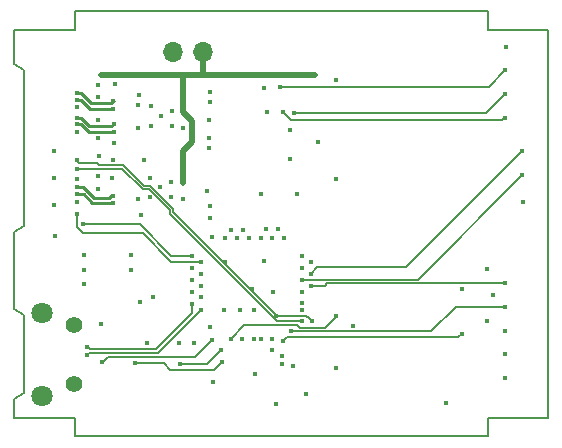
<source format=gbr>
%TF.GenerationSoftware,KiCad,Pcbnew,(5.1.4)-1*%
%TF.CreationDate,2019-10-25T20:43:54-07:00*%
%TF.ProjectId,mainboard,6d61696e-626f-4617-9264-2e6b69636164,rev?*%
%TF.SameCoordinates,Original*%
%TF.FileFunction,Copper,L2,Inr*%
%TF.FilePolarity,Positive*%
%FSLAX46Y46*%
G04 Gerber Fmt 4.6, Leading zero omitted, Abs format (unit mm)*
G04 Created by KiCad (PCBNEW (5.1.4)-1) date 2019-10-25 20:43:54*
%MOMM*%
%LPD*%
G04 APERTURE LIST*
%ADD10C,0.150000*%
%ADD11O,1.700000X1.700000*%
%ADD12C,1.408000*%
%ADD13C,1.800000*%
%ADD14C,0.450000*%
%ADD15C,0.152400*%
%ADD16C,0.508000*%
%ADD17C,0.250000*%
G04 APERTURE END LIST*
D10*
X76625100Y-98791400D02*
X76625100Y-92202000D01*
X77463300Y-78486000D02*
X76625100Y-77978000D01*
X77463300Y-91694000D02*
X76625100Y-92202000D01*
X77463300Y-78486000D02*
X77463300Y-91694000D01*
X81725100Y-75141600D02*
X81725100Y-73541600D01*
X81725100Y-107941600D02*
X81725100Y-109541600D01*
X121800300Y-107941600D02*
X116700300Y-107941600D01*
X76625100Y-75141600D02*
X81725100Y-75141600D01*
X116700300Y-107941600D02*
X116700300Y-109541600D01*
X116700300Y-73541600D02*
X116700300Y-75141600D01*
X121800300Y-75141600D02*
X116700300Y-75141600D01*
X76625100Y-107941600D02*
X76625100Y-106335200D01*
X81725100Y-107941600D02*
X76625100Y-107941600D01*
X77463300Y-99299400D02*
X76625100Y-98791400D01*
X121800300Y-107941600D02*
X121800300Y-75141600D01*
X77463300Y-105827200D02*
X76625100Y-106335200D01*
X77463300Y-99299400D02*
X77463300Y-105827200D01*
X81725100Y-109541600D02*
X116700300Y-109541600D01*
X116700300Y-73541600D02*
X81725100Y-73541600D01*
X76625100Y-75141600D02*
X76625100Y-77978000D01*
D11*
X92583000Y-76962000D03*
X90043000Y-76962000D03*
D12*
X81687300Y-100088700D03*
X81687300Y-105088700D03*
D13*
X78987300Y-99088700D03*
X78987300Y-106088700D03*
D14*
X98552000Y-97345500D03*
X98742500Y-99377500D03*
X96901000Y-98806000D03*
X95694500Y-98806000D03*
X94361000Y-98806000D03*
X89916000Y-88011000D03*
X89916000Y-89281000D03*
X88963500Y-88455500D03*
X90551000Y-101600000D03*
X91821000Y-101600000D03*
X87122000Y-89408000D03*
X88074500Y-89281000D03*
X88074500Y-87630000D03*
X89979500Y-83248500D03*
X89039700Y-82423000D03*
X88201500Y-81597500D03*
X88201500Y-83248500D03*
X89979500Y-81978500D03*
X83693000Y-79756000D03*
X93091000Y-82740500D03*
X92964000Y-88773000D03*
X87138290Y-81470500D03*
X87138290Y-83438998D03*
X83693000Y-84264500D03*
X84899500Y-87693496D03*
X83947000Y-100012500D03*
X113157000Y-106680000D03*
X82550000Y-95440500D03*
X103822500Y-87757000D03*
X100520500Y-89027000D03*
X97536000Y-89027000D03*
X97726500Y-94678500D03*
X96774000Y-97028000D03*
X94488000Y-94805500D03*
X119697500Y-89725500D03*
X114554000Y-97091500D03*
X118237000Y-76581000D03*
X88328500Y-97726500D03*
X92456010Y-98806000D03*
X82804014Y-102621513D03*
X91694000Y-98298000D03*
X82804000Y-101981000D03*
X98425000Y-101282506D03*
X86487000Y-94170500D03*
X98422460Y-102207060D03*
X86487000Y-95440500D03*
X98425000Y-92773500D03*
X118173500Y-104584500D03*
X118173500Y-78549500D03*
X116649500Y-95377000D03*
X99123500Y-79946500D03*
X98933000Y-92011500D03*
X118173500Y-100584000D03*
X118173500Y-82550000D03*
X117157500Y-97536000D03*
X99377510Y-82105500D03*
X99441000Y-92710000D03*
X118173500Y-102552500D03*
X118173500Y-80581500D03*
X116649500Y-99758500D03*
X100266492Y-82169000D03*
X96901000Y-101282500D03*
X97472500Y-92773500D03*
X100965000Y-97282000D03*
X100965219Y-98228989D03*
X101282500Y-105918000D03*
X93238320Y-100304600D03*
X97028000Y-104267000D03*
X97539590Y-101282500D03*
X93472000Y-104965488D03*
X90868500Y-89408000D03*
X90868500Y-83439000D03*
X85140456Y-79676658D03*
X82550000Y-94170500D03*
X87249000Y-98171000D03*
X105283000Y-100203000D03*
X80073500Y-92583000D03*
X80010000Y-89979500D03*
X98806000Y-106807000D03*
X100203000Y-103568500D03*
X80010006Y-87693500D03*
X80010000Y-85344000D03*
X87884000Y-101600000D03*
X95885000Y-101282500D03*
X114490500Y-100838000D03*
X99363750Y-101489357D03*
X81915000Y-81661000D03*
X83693000Y-82740500D03*
X94932500Y-101282500D03*
X103886000Y-99377496D03*
X101727008Y-96774000D03*
X118173500Y-96583500D03*
X94170500Y-103251000D03*
X86804506Y-103314500D03*
X82550000Y-96647000D03*
X94107000Y-102235000D03*
X90678000Y-103378000D03*
X83947000Y-78930506D03*
X90868500Y-88074500D03*
X90932000Y-82105500D03*
X90868506Y-78930506D03*
X90868500Y-85407500D03*
X99949000Y-83629500D03*
X102044504Y-78930500D03*
X92432267Y-94742000D03*
X81915000Y-90678000D03*
X100965000Y-99758500D03*
X99314000Y-102742990D03*
X81915000Y-86868000D03*
X91694000Y-94234000D03*
X82423000Y-91567000D03*
X101790500Y-99758500D03*
X99314000Y-103378000D03*
X81915000Y-86169500D03*
X91694000Y-96266000D03*
X83696924Y-87501373D03*
X91694000Y-97282000D03*
X81915000Y-87757000D03*
X97917000Y-92011500D03*
X97980500Y-82042000D03*
X96456500Y-92773500D03*
X97734479Y-80062489D03*
X94429956Y-92773893D03*
X93091000Y-85153500D03*
X94932500Y-92075000D03*
X93091000Y-84264500D03*
X95440500Y-92773500D03*
X93218000Y-81216500D03*
X95948500Y-92075000D03*
X93218000Y-80390996D03*
X83693000Y-88613490D03*
X93378020Y-92661740D03*
X93218000Y-91059000D03*
X92468946Y-97738216D03*
X93218000Y-90043000D03*
X118173500Y-98552000D03*
X100076000Y-100647500D03*
X100965000Y-98806000D03*
X103822500Y-103759000D03*
X100965000Y-94234000D03*
X103855520Y-79380080D03*
X101727000Y-94742000D03*
X102362000Y-84582000D03*
X100965000Y-96266000D03*
X119634000Y-87439500D03*
X101727000Y-95758000D03*
X119634000Y-85407500D03*
X100965000Y-95250000D03*
X99949000Y-86042500D03*
X91675689Y-95268311D03*
X83820000Y-85788500D03*
X92456000Y-96774000D03*
X87191216Y-80645000D03*
X87566500Y-86169500D03*
X92455988Y-95758000D03*
X87327740Y-90769440D03*
X85026504Y-84709000D03*
X93345000Y-101346010D03*
X84074000Y-103271320D03*
X81915000Y-89731013D03*
X85025447Y-81152697D03*
X81910602Y-80449005D03*
X81915000Y-81026000D03*
X85022406Y-81782581D03*
X85026500Y-83058000D03*
X81915000Y-82550000D03*
X85026500Y-83756500D03*
X81923548Y-83126949D03*
X81915000Y-88449987D03*
X84963000Y-89154000D03*
X81915000Y-89027000D03*
X84975170Y-89740335D03*
X84974655Y-86122290D03*
X83693000Y-80772000D03*
X81915000Y-83756500D03*
D15*
X92231011Y-99030999D02*
X92456010Y-98806000D01*
X88811101Y-102450909D02*
X92231011Y-99030999D01*
X82804014Y-102621513D02*
X82974618Y-102450909D01*
X82974618Y-102450909D02*
X88811101Y-102450909D01*
X91694000Y-99060000D02*
X91694000Y-98298000D01*
X88582500Y-102171500D02*
X91694000Y-99060000D01*
X82994500Y-102171500D02*
X88582500Y-102171500D01*
X82804000Y-101981000D02*
X82994500Y-102171500D01*
X98425000Y-101282506D02*
X98424994Y-101282506D01*
X116776500Y-79946500D02*
X99186992Y-79946500D01*
X99186992Y-79946500D02*
X99123500Y-79946500D01*
X118173500Y-78549500D02*
X116776500Y-79946500D01*
X118173500Y-82550000D02*
X117948501Y-82774999D01*
X117948501Y-82774999D02*
X100047009Y-82774999D01*
X100047009Y-82774999D02*
X99602509Y-82330499D01*
X99602509Y-82330499D02*
X99377510Y-82105500D01*
X116586000Y-82169000D02*
X100584690Y-82169000D01*
X100584690Y-82169000D02*
X100266492Y-82169000D01*
X118173500Y-80581500D02*
X116586000Y-82169000D01*
X114173000Y-101155500D02*
X114490500Y-100838000D01*
X99363750Y-101489357D02*
X99697607Y-101155500D01*
X99697607Y-101155500D02*
X114173000Y-101155500D01*
X102933496Y-100330000D02*
X103661001Y-99602495D01*
X100774500Y-100330000D02*
X102933496Y-100330000D01*
X103661001Y-99602495D02*
X103886000Y-99377496D01*
X100584000Y-100139500D02*
X100774500Y-100330000D01*
X96075500Y-100139500D02*
X100584000Y-100139500D01*
X94932500Y-101282500D02*
X96075500Y-100139500D01*
X102920800Y-96774000D02*
X101727008Y-96774000D01*
X118173500Y-96583500D02*
X103111300Y-96583500D01*
X103111300Y-96583500D02*
X102920800Y-96774000D01*
X93535500Y-103886000D02*
X94170500Y-103251000D01*
X89845000Y-103886000D02*
X93535500Y-103886000D01*
X86804506Y-103314500D02*
X89273500Y-103314500D01*
X89273500Y-103314500D02*
X89845000Y-103886000D01*
X94107000Y-102235000D02*
X94043500Y-102235000D01*
X94107000Y-102235000D02*
X92964000Y-103378000D01*
X92964000Y-103378000D02*
X90678000Y-103378000D01*
D16*
X83947000Y-78930506D02*
X89662006Y-78930506D01*
X89662006Y-78930506D02*
X90868506Y-78930506D01*
X90932000Y-78994000D02*
X90932000Y-82105500D01*
X90868506Y-78930506D02*
X90932000Y-78994000D01*
X90932000Y-82105500D02*
X91694000Y-82867500D01*
X91694000Y-82867500D02*
X91694000Y-84582000D01*
X91694000Y-84582000D02*
X91093499Y-85182501D01*
X91093499Y-85182501D02*
X90868500Y-85407500D01*
X90868500Y-88074500D02*
X90868500Y-85407500D01*
X92583000Y-78930500D02*
X92583000Y-76962000D01*
X93472006Y-78930506D02*
X93472000Y-78930500D01*
X90868506Y-78930506D02*
X93472006Y-78930506D01*
X93472012Y-78930500D02*
X102044500Y-78930500D01*
X93472006Y-78930506D02*
X93472012Y-78930500D01*
D15*
X92114069Y-94742000D02*
X92432267Y-94742000D01*
X89916000Y-94742000D02*
X92114069Y-94742000D01*
X87503000Y-92329000D02*
X89916000Y-94742000D01*
X82423000Y-92329000D02*
X87503000Y-92329000D01*
X81915000Y-91821000D02*
X82423000Y-92329000D01*
X81915000Y-90678000D02*
X81915000Y-91821000D01*
X82233198Y-86868000D02*
X81915000Y-86868000D01*
X87514265Y-88607911D02*
X85774354Y-86868000D01*
X88022265Y-88607911D02*
X87514265Y-88607911D01*
X85774354Y-86868000D02*
X82233198Y-86868000D01*
X89813113Y-90398759D02*
X88022265Y-88607911D01*
X98904876Y-99758500D02*
X89813113Y-90666735D01*
X89813113Y-90666735D02*
X89813113Y-90398759D01*
X100965000Y-99758500D02*
X98904876Y-99758500D01*
X87249000Y-91567000D02*
X82423000Y-91567000D01*
X91694000Y-94234000D02*
X89916000Y-94234000D01*
X89916000Y-94234000D02*
X87249000Y-91567000D01*
X101565501Y-99533501D02*
X101790500Y-99758500D01*
X101346000Y-99314000D02*
X101565501Y-99533501D01*
X98855522Y-99314000D02*
X101346000Y-99314000D01*
X90092522Y-90551000D02*
X98855522Y-99314000D01*
X82139999Y-86394499D02*
X83663999Y-86394499D01*
X81915000Y-86169500D02*
X82139999Y-86394499D01*
X83663999Y-86394499D02*
X83820000Y-86550500D01*
X83820000Y-86550500D02*
X85852000Y-86550500D01*
X85852000Y-86550500D02*
X87630000Y-88328500D01*
X87630000Y-88328500D02*
X88138000Y-88328500D01*
X90092522Y-90283022D02*
X90092522Y-90551000D01*
X88138000Y-88328500D02*
X90092522Y-90283022D01*
X111887000Y-100647500D02*
X100076000Y-100647500D01*
X118173500Y-98552000D02*
X113982500Y-98552000D01*
X113982500Y-98552000D02*
X111887000Y-100647500D01*
X110807500Y-96266000D02*
X100965000Y-96266000D01*
X119634000Y-87439500D02*
X110807500Y-96266000D01*
X102247700Y-95237300D02*
X101727000Y-95758000D01*
X119634000Y-85407500D02*
X109804200Y-95237300D01*
X109804200Y-95237300D02*
X102247700Y-95237300D01*
X84298999Y-103046321D02*
X84074000Y-103271320D01*
X84538820Y-102806500D02*
X84298999Y-103046321D01*
X93345000Y-101346010D02*
X91884510Y-102806500D01*
X91884510Y-102806500D02*
X84538820Y-102806500D01*
D17*
X83146674Y-81343500D02*
X82252179Y-80449005D01*
X82252179Y-80449005D02*
X81910602Y-80449005D01*
X85026500Y-81153000D02*
X84836000Y-81343500D01*
X84836000Y-81343500D02*
X83146674Y-81343500D01*
X85026197Y-81152697D02*
X85026500Y-81153000D01*
X85025447Y-81152697D02*
X85026197Y-81152697D01*
X84704208Y-81782581D02*
X85022406Y-81782581D01*
X82296000Y-81026000D02*
X83052581Y-81782581D01*
X83052581Y-81782581D02*
X84704208Y-81782581D01*
X81915000Y-81026000D02*
X82296000Y-81026000D01*
X82985224Y-83282999D02*
X84801501Y-83282999D01*
X84801501Y-83282999D02*
X85026500Y-83058000D01*
X81915000Y-82550000D02*
X82252225Y-82550000D01*
X82252225Y-82550000D02*
X82985224Y-83282999D01*
X82925551Y-83756500D02*
X85026500Y-83756500D01*
X81923548Y-83126949D02*
X82296000Y-83126949D01*
X82296000Y-83126949D02*
X82925551Y-83756500D01*
X84836000Y-89154000D02*
X84963000Y-89154000D01*
X84645500Y-89344500D02*
X84836000Y-89154000D01*
X83337174Y-89344500D02*
X84645500Y-89344500D01*
X81915000Y-88449987D02*
X82442661Y-88449987D01*
X82442661Y-88449987D02*
X83337174Y-89344500D01*
X83199835Y-89740335D02*
X84975170Y-89740335D01*
X81915000Y-89027000D02*
X82486500Y-89027000D01*
X82486500Y-89027000D02*
X83199835Y-89740335D01*
M02*

</source>
